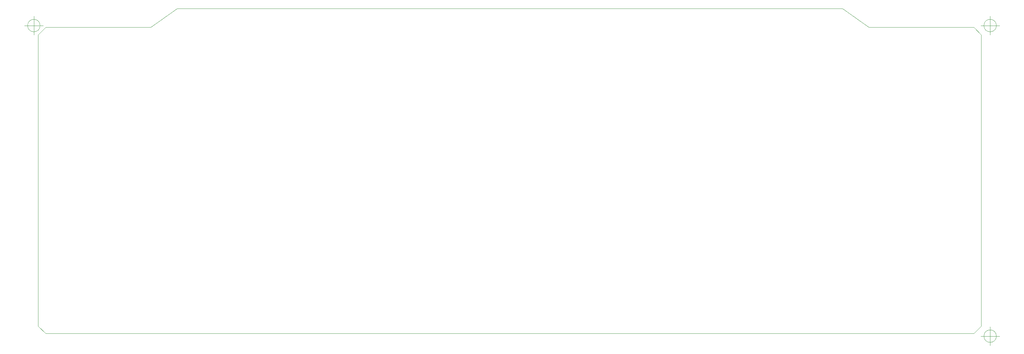
<source format=gm1>
%TF.GenerationSoftware,KiCad,Pcbnew,5.1.4-e60b266~84~ubuntu16.04.1*%
%TF.CreationDate,2019-09-30T10:39:30+07:00*%
%TF.ProjectId,led_agn,6c65645f-6167-46e2-9e6b-696361645f70,1.0*%
%TF.SameCoordinates,Original*%
%TF.FileFunction,Profile,NP*%
%FSLAX46Y46*%
G04 Gerber Fmt 4.6, Leading zero omitted, Abs format (unit mm)*
G04 Created by KiCad (PCBNEW 5.1.4-e60b266~84~ubuntu16.04.1) date 2019-09-30 10:39:30*
%MOMM*%
%LPD*%
G04 APERTURE LIST*
%ADD10C,0.050000*%
%ADD11C,0.100000*%
G04 APERTURE END LIST*
D10*
X23360806Y-23642320D02*
G75*
G03X23360806Y-23642320I-1666666J0D01*
G01*
X19194140Y-23642320D02*
X24194140Y-23642320D01*
X21694140Y-21142320D02*
X21694140Y-26142320D01*
X278513966Y-23637240D02*
G75*
G03X278513966Y-23637240I-1666666J0D01*
G01*
X274347300Y-23637240D02*
X279347300Y-23637240D01*
X276847300Y-21137240D02*
X276847300Y-26137240D01*
X278516506Y-106682540D02*
G75*
G03X278516506Y-106682540I-1666666J0D01*
G01*
X274349840Y-106682540D02*
X279349840Y-106682540D01*
X276849840Y-104182540D02*
X276849840Y-109182540D01*
D11*
X244500400Y-24094508D02*
X272470880Y-24094517D01*
X52865020Y-24094449D02*
X59893200Y-19094451D01*
X237469680Y-19094506D02*
X244500400Y-24094508D01*
X59893200Y-19094451D02*
X237469680Y-19094506D01*
X22860129Y-26131520D02*
X24886920Y-24094440D01*
X272470880Y-24094517D02*
X274474940Y-26098500D01*
X274479896Y-103982520D02*
X272470880Y-105996740D01*
X24866600Y-105996659D02*
X22865080Y-103982520D01*
X274474940Y-26098500D02*
X274479896Y-103982520D01*
X22865080Y-103982520D02*
X22860129Y-26131520D01*
X272470880Y-105996740D02*
X24866600Y-105996659D01*
X24886920Y-24094440D02*
X52865020Y-24094449D01*
M02*

</source>
